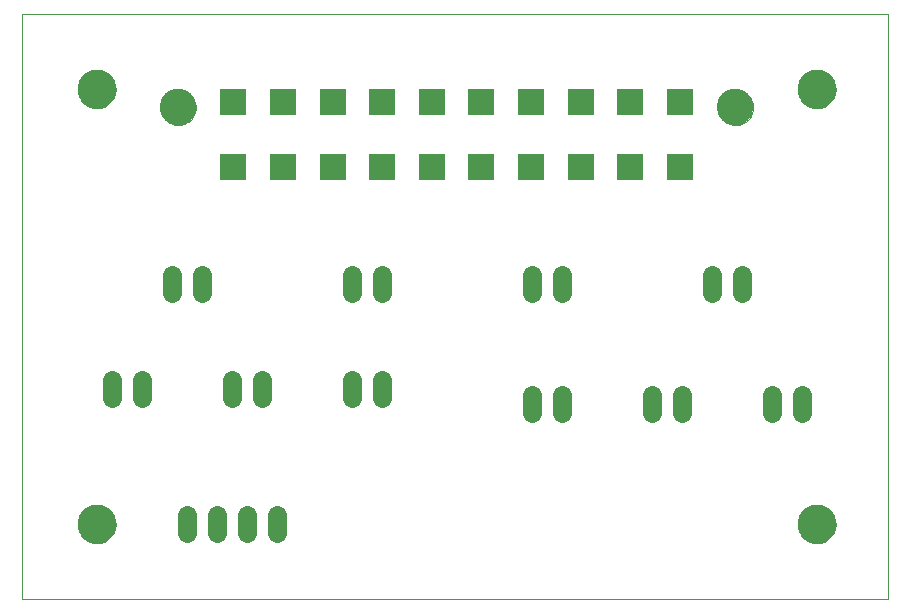
<source format=gts>
G75*
%MOIN*%
%OFA0B0*%
%FSLAX24Y24*%
%IPPOS*%
%LPD*%
%AMOC8*
5,1,8,0,0,1.08239X$1,22.5*
%
%ADD10C,0.0000*%
%ADD11R,0.0867X0.0867*%
%ADD12C,0.1221*%
%ADD13C,0.0634*%
%ADD14C,0.1300*%
D10*
X000100Y000100D02*
X000100Y019596D01*
X028970Y019596D01*
X028970Y000100D01*
X000100Y000100D01*
X001970Y002600D02*
X001972Y002650D01*
X001978Y002700D01*
X001988Y002749D01*
X002002Y002797D01*
X002019Y002844D01*
X002040Y002889D01*
X002065Y002933D01*
X002093Y002974D01*
X002125Y003013D01*
X002159Y003050D01*
X002196Y003084D01*
X002236Y003114D01*
X002278Y003141D01*
X002322Y003165D01*
X002368Y003186D01*
X002415Y003202D01*
X002463Y003215D01*
X002513Y003224D01*
X002562Y003229D01*
X002613Y003230D01*
X002663Y003227D01*
X002712Y003220D01*
X002761Y003209D01*
X002809Y003194D01*
X002855Y003176D01*
X002900Y003154D01*
X002943Y003128D01*
X002984Y003099D01*
X003023Y003067D01*
X003059Y003032D01*
X003091Y002994D01*
X003121Y002954D01*
X003148Y002911D01*
X003171Y002867D01*
X003190Y002821D01*
X003206Y002773D01*
X003218Y002724D01*
X003226Y002675D01*
X003230Y002625D01*
X003230Y002575D01*
X003226Y002525D01*
X003218Y002476D01*
X003206Y002427D01*
X003190Y002379D01*
X003171Y002333D01*
X003148Y002289D01*
X003121Y002246D01*
X003091Y002206D01*
X003059Y002168D01*
X003023Y002133D01*
X002984Y002101D01*
X002943Y002072D01*
X002900Y002046D01*
X002855Y002024D01*
X002809Y002006D01*
X002761Y001991D01*
X002712Y001980D01*
X002663Y001973D01*
X002613Y001970D01*
X002562Y001971D01*
X002513Y001976D01*
X002463Y001985D01*
X002415Y001998D01*
X002368Y002014D01*
X002322Y002035D01*
X002278Y002059D01*
X002236Y002086D01*
X002196Y002116D01*
X002159Y002150D01*
X002125Y002187D01*
X002093Y002226D01*
X002065Y002267D01*
X002040Y002311D01*
X002019Y002356D01*
X002002Y002403D01*
X001988Y002451D01*
X001978Y002500D01*
X001972Y002550D01*
X001970Y002600D01*
X004718Y016502D02*
X004720Y016550D01*
X004726Y016598D01*
X004736Y016645D01*
X004749Y016691D01*
X004767Y016736D01*
X004787Y016780D01*
X004812Y016822D01*
X004840Y016861D01*
X004870Y016898D01*
X004904Y016932D01*
X004941Y016964D01*
X004979Y016993D01*
X005020Y017018D01*
X005063Y017040D01*
X005108Y017058D01*
X005154Y017072D01*
X005201Y017083D01*
X005249Y017090D01*
X005297Y017093D01*
X005345Y017092D01*
X005393Y017087D01*
X005441Y017078D01*
X005487Y017066D01*
X005532Y017049D01*
X005576Y017029D01*
X005618Y017006D01*
X005658Y016979D01*
X005696Y016949D01*
X005731Y016916D01*
X005763Y016880D01*
X005793Y016842D01*
X005819Y016801D01*
X005841Y016758D01*
X005861Y016714D01*
X005876Y016669D01*
X005888Y016622D01*
X005896Y016574D01*
X005900Y016526D01*
X005900Y016478D01*
X005896Y016430D01*
X005888Y016382D01*
X005876Y016335D01*
X005861Y016290D01*
X005841Y016246D01*
X005819Y016203D01*
X005793Y016162D01*
X005763Y016124D01*
X005731Y016088D01*
X005696Y016055D01*
X005658Y016025D01*
X005618Y015998D01*
X005576Y015975D01*
X005532Y015955D01*
X005487Y015938D01*
X005441Y015926D01*
X005393Y015917D01*
X005345Y015912D01*
X005297Y015911D01*
X005249Y015914D01*
X005201Y015921D01*
X005154Y015932D01*
X005108Y015946D01*
X005063Y015964D01*
X005020Y015986D01*
X004979Y016011D01*
X004941Y016040D01*
X004904Y016072D01*
X004870Y016106D01*
X004840Y016143D01*
X004812Y016182D01*
X004787Y016224D01*
X004767Y016268D01*
X004749Y016313D01*
X004736Y016359D01*
X004726Y016406D01*
X004720Y016454D01*
X004718Y016502D01*
X001970Y017100D02*
X001972Y017150D01*
X001978Y017200D01*
X001988Y017249D01*
X002002Y017297D01*
X002019Y017344D01*
X002040Y017389D01*
X002065Y017433D01*
X002093Y017474D01*
X002125Y017513D01*
X002159Y017550D01*
X002196Y017584D01*
X002236Y017614D01*
X002278Y017641D01*
X002322Y017665D01*
X002368Y017686D01*
X002415Y017702D01*
X002463Y017715D01*
X002513Y017724D01*
X002562Y017729D01*
X002613Y017730D01*
X002663Y017727D01*
X002712Y017720D01*
X002761Y017709D01*
X002809Y017694D01*
X002855Y017676D01*
X002900Y017654D01*
X002943Y017628D01*
X002984Y017599D01*
X003023Y017567D01*
X003059Y017532D01*
X003091Y017494D01*
X003121Y017454D01*
X003148Y017411D01*
X003171Y017367D01*
X003190Y017321D01*
X003206Y017273D01*
X003218Y017224D01*
X003226Y017175D01*
X003230Y017125D01*
X003230Y017075D01*
X003226Y017025D01*
X003218Y016976D01*
X003206Y016927D01*
X003190Y016879D01*
X003171Y016833D01*
X003148Y016789D01*
X003121Y016746D01*
X003091Y016706D01*
X003059Y016668D01*
X003023Y016633D01*
X002984Y016601D01*
X002943Y016572D01*
X002900Y016546D01*
X002855Y016524D01*
X002809Y016506D01*
X002761Y016491D01*
X002712Y016480D01*
X002663Y016473D01*
X002613Y016470D01*
X002562Y016471D01*
X002513Y016476D01*
X002463Y016485D01*
X002415Y016498D01*
X002368Y016514D01*
X002322Y016535D01*
X002278Y016559D01*
X002236Y016586D01*
X002196Y016616D01*
X002159Y016650D01*
X002125Y016687D01*
X002093Y016726D01*
X002065Y016767D01*
X002040Y016811D01*
X002019Y016856D01*
X002002Y016903D01*
X001988Y016951D01*
X001978Y017000D01*
X001972Y017050D01*
X001970Y017100D01*
X023300Y016502D02*
X023302Y016550D01*
X023308Y016598D01*
X023318Y016645D01*
X023331Y016691D01*
X023349Y016736D01*
X023369Y016780D01*
X023394Y016822D01*
X023422Y016861D01*
X023452Y016898D01*
X023486Y016932D01*
X023523Y016964D01*
X023561Y016993D01*
X023602Y017018D01*
X023645Y017040D01*
X023690Y017058D01*
X023736Y017072D01*
X023783Y017083D01*
X023831Y017090D01*
X023879Y017093D01*
X023927Y017092D01*
X023975Y017087D01*
X024023Y017078D01*
X024069Y017066D01*
X024114Y017049D01*
X024158Y017029D01*
X024200Y017006D01*
X024240Y016979D01*
X024278Y016949D01*
X024313Y016916D01*
X024345Y016880D01*
X024375Y016842D01*
X024401Y016801D01*
X024423Y016758D01*
X024443Y016714D01*
X024458Y016669D01*
X024470Y016622D01*
X024478Y016574D01*
X024482Y016526D01*
X024482Y016478D01*
X024478Y016430D01*
X024470Y016382D01*
X024458Y016335D01*
X024443Y016290D01*
X024423Y016246D01*
X024401Y016203D01*
X024375Y016162D01*
X024345Y016124D01*
X024313Y016088D01*
X024278Y016055D01*
X024240Y016025D01*
X024200Y015998D01*
X024158Y015975D01*
X024114Y015955D01*
X024069Y015938D01*
X024023Y015926D01*
X023975Y015917D01*
X023927Y015912D01*
X023879Y015911D01*
X023831Y015914D01*
X023783Y015921D01*
X023736Y015932D01*
X023690Y015946D01*
X023645Y015964D01*
X023602Y015986D01*
X023561Y016011D01*
X023523Y016040D01*
X023486Y016072D01*
X023452Y016106D01*
X023422Y016143D01*
X023394Y016182D01*
X023369Y016224D01*
X023349Y016268D01*
X023331Y016313D01*
X023318Y016359D01*
X023308Y016406D01*
X023302Y016454D01*
X023300Y016502D01*
X025970Y017100D02*
X025972Y017150D01*
X025978Y017200D01*
X025988Y017249D01*
X026002Y017297D01*
X026019Y017344D01*
X026040Y017389D01*
X026065Y017433D01*
X026093Y017474D01*
X026125Y017513D01*
X026159Y017550D01*
X026196Y017584D01*
X026236Y017614D01*
X026278Y017641D01*
X026322Y017665D01*
X026368Y017686D01*
X026415Y017702D01*
X026463Y017715D01*
X026513Y017724D01*
X026562Y017729D01*
X026613Y017730D01*
X026663Y017727D01*
X026712Y017720D01*
X026761Y017709D01*
X026809Y017694D01*
X026855Y017676D01*
X026900Y017654D01*
X026943Y017628D01*
X026984Y017599D01*
X027023Y017567D01*
X027059Y017532D01*
X027091Y017494D01*
X027121Y017454D01*
X027148Y017411D01*
X027171Y017367D01*
X027190Y017321D01*
X027206Y017273D01*
X027218Y017224D01*
X027226Y017175D01*
X027230Y017125D01*
X027230Y017075D01*
X027226Y017025D01*
X027218Y016976D01*
X027206Y016927D01*
X027190Y016879D01*
X027171Y016833D01*
X027148Y016789D01*
X027121Y016746D01*
X027091Y016706D01*
X027059Y016668D01*
X027023Y016633D01*
X026984Y016601D01*
X026943Y016572D01*
X026900Y016546D01*
X026855Y016524D01*
X026809Y016506D01*
X026761Y016491D01*
X026712Y016480D01*
X026663Y016473D01*
X026613Y016470D01*
X026562Y016471D01*
X026513Y016476D01*
X026463Y016485D01*
X026415Y016498D01*
X026368Y016514D01*
X026322Y016535D01*
X026278Y016559D01*
X026236Y016586D01*
X026196Y016616D01*
X026159Y016650D01*
X026125Y016687D01*
X026093Y016726D01*
X026065Y016767D01*
X026040Y016811D01*
X026019Y016856D01*
X026002Y016903D01*
X025988Y016951D01*
X025978Y017000D01*
X025972Y017050D01*
X025970Y017100D01*
X025970Y002600D02*
X025972Y002650D01*
X025978Y002700D01*
X025988Y002749D01*
X026002Y002797D01*
X026019Y002844D01*
X026040Y002889D01*
X026065Y002933D01*
X026093Y002974D01*
X026125Y003013D01*
X026159Y003050D01*
X026196Y003084D01*
X026236Y003114D01*
X026278Y003141D01*
X026322Y003165D01*
X026368Y003186D01*
X026415Y003202D01*
X026463Y003215D01*
X026513Y003224D01*
X026562Y003229D01*
X026613Y003230D01*
X026663Y003227D01*
X026712Y003220D01*
X026761Y003209D01*
X026809Y003194D01*
X026855Y003176D01*
X026900Y003154D01*
X026943Y003128D01*
X026984Y003099D01*
X027023Y003067D01*
X027059Y003032D01*
X027091Y002994D01*
X027121Y002954D01*
X027148Y002911D01*
X027171Y002867D01*
X027190Y002821D01*
X027206Y002773D01*
X027218Y002724D01*
X027226Y002675D01*
X027230Y002625D01*
X027230Y002575D01*
X027226Y002525D01*
X027218Y002476D01*
X027206Y002427D01*
X027190Y002379D01*
X027171Y002333D01*
X027148Y002289D01*
X027121Y002246D01*
X027091Y002206D01*
X027059Y002168D01*
X027023Y002133D01*
X026984Y002101D01*
X026943Y002072D01*
X026900Y002046D01*
X026855Y002024D01*
X026809Y002006D01*
X026761Y001991D01*
X026712Y001980D01*
X026663Y001973D01*
X026613Y001970D01*
X026562Y001971D01*
X026513Y001976D01*
X026463Y001985D01*
X026415Y001998D01*
X026368Y002014D01*
X026322Y002035D01*
X026278Y002059D01*
X026236Y002086D01*
X026196Y002116D01*
X026159Y002150D01*
X026125Y002187D01*
X026093Y002226D01*
X026065Y002267D01*
X026040Y002311D01*
X026019Y002356D01*
X026002Y002403D01*
X025988Y002451D01*
X025978Y002500D01*
X025972Y002550D01*
X025970Y002600D01*
D11*
X022041Y014517D03*
X020387Y014517D03*
X018734Y014517D03*
X017080Y014517D03*
X015427Y014517D03*
X013773Y014517D03*
X012120Y014517D03*
X010466Y014517D03*
X008813Y014517D03*
X007159Y014517D03*
X007159Y016683D03*
X008813Y016683D03*
X010466Y016683D03*
X012120Y016683D03*
X013773Y016683D03*
X015427Y016683D03*
X017080Y016683D03*
X018734Y016683D03*
X020387Y016683D03*
X022041Y016683D03*
D12*
X023891Y016502D03*
X005309Y016502D03*
D13*
X005100Y010897D02*
X005100Y010303D01*
X006100Y010303D02*
X006100Y010897D01*
X007100Y007397D02*
X007100Y006803D01*
X008100Y006803D02*
X008100Y007397D01*
X011100Y007397D02*
X011100Y006803D01*
X012100Y006803D02*
X012100Y007397D01*
X012100Y010303D02*
X012100Y010897D01*
X011100Y010897D02*
X011100Y010303D01*
X017100Y010303D02*
X017100Y010897D01*
X018100Y010897D02*
X018100Y010303D01*
X018100Y006897D02*
X018100Y006303D01*
X017100Y006303D02*
X017100Y006897D01*
X021100Y006897D02*
X021100Y006303D01*
X022100Y006303D02*
X022100Y006897D01*
X025100Y006897D02*
X025100Y006303D01*
X026100Y006303D02*
X026100Y006897D01*
X024100Y010303D02*
X024100Y010897D01*
X023100Y010897D02*
X023100Y010303D01*
X008600Y002897D02*
X008600Y002303D01*
X007600Y002303D02*
X007600Y002897D01*
X006600Y002897D02*
X006600Y002303D01*
X005600Y002303D02*
X005600Y002897D01*
X004100Y006803D02*
X004100Y007397D01*
X003100Y007397D02*
X003100Y006803D01*
D14*
X002600Y002600D03*
X002600Y017100D03*
X026600Y017100D03*
X026600Y002600D03*
M02*

</source>
